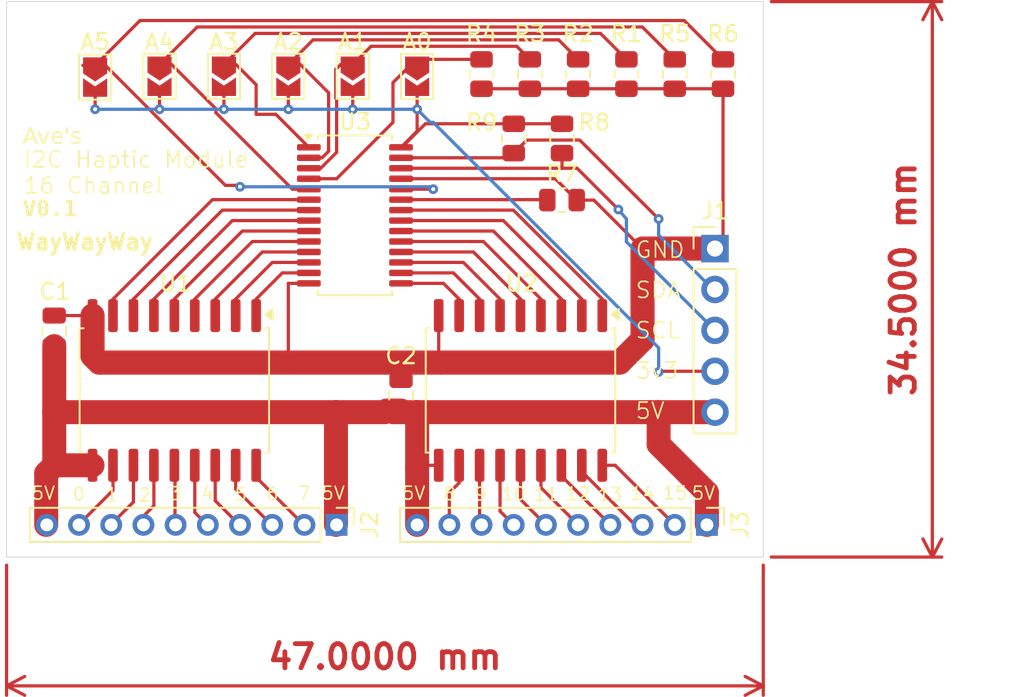
<source format=kicad_pcb>
(kicad_pcb (version 20240108) (generator "pcbnew") (generator_version "8.0")
  (layers (0 "F.Cu" signal) (31 "B.Cu" signal) (34 "B.Paste" user) (35 "F.Paste" user) (36 "B.SilkS" user "B.Silkscreen") (37 "F.SilkS" user "F.Silkscreen") (38 "B.Mask" user) (39 "F.Mask" user) (44 "Edge.Cuts" user))
  (net 0 "")
  (net 1 "MCU_GND")
  (net 2 "MCU_5V+")
  (net 3 "MCU_SCL")
  (net 4 "MCU_3V3+")
  (net 5 "MCU_SDA")
  (net 6 "/M0")
  (net 7 "/M2")
  (net 8 "/M3")
  (net 9 "/M1")
  (net 10 "/M10")
  (net 11 "/M11")
  (net 12 "/M9")
  (net 13 "/M8")
  (net 14 "Net-(U3-~{OE})")
  (net 15 "/M5")
  (net 16 "/M4")
  (net 17 "/Signal3")
  (net 18 "/M6")
  (net 19 "/Signal5")
  (net 20 "/Signal6")
  (net 21 "/Signal1")
  (net 22 "/Signal4")
  (net 23 "/Signal2")
  (net 24 "/Signal7")
  (net 25 "/Signal0")
  (net 26 "/M7")
  (net 27 "/M13")
  (net 28 "/Signal9")
  (net 29 "/Signal14")
  (net 30 "/Signal12")
  (net 31 "/Signal11")
  (net 32 "/Signal13")
  (net 33 "/Signal10")
  (net 34 "/M15")
  (net 35 "/M12")
  (net 36 "/Signal15")
  (net 37 "/M14")
  (net 38 "/Signal8")
  (net 39 "Net-(A0-A)")
  (net 40 "Net-(A1-A)")
  (net 41 "Net-(A2-A)")
  (net 42 "Net-(A3-A)")
  (net 43 "Net-(A4-A)")
  (net 44 "Net-(A5-A)")
  (footprint "Package_SO:SOIC-18W_7.5x11.6mm_P1.27mm" (layer "F.Cu") (at 90.42 136.65 -90)
    (property "Reference" "U1" (at -6.65 -0.08 180) (layer "F.SilkS"))
    (property "Value" "ULN2803A")
    (pad "1" smd roundrect (at -4.65 -5.08 270) (size 2.05 0.6) (layers "F.Cu" "F.Paste" "F.Mask") (net 24 "/Signal7"))
    (pad "2" smd roundrect (at -4.65 -3.81 270) (size 2.05 0.6) (layers "F.Cu" "F.Paste" "F.Mask") (net 20 "/Signal6"))
    (pad "3" smd roundrect (at -4.65 -2.54 270) (size 2.05 0.6) (layers "F.Cu" "F.Paste" "F.Mask") (net 19 "/Signal5"))
    (pad "4" smd roundrect (at -4.65 -1.27 270) (size 2.05 0.6) (layers "F.Cu" "F.Paste" "F.Mask") (net 22 "/Signal4"))
    (pad "5" smd roundrect (at -4.65 0 270) (size 2.05 0.6) (layers "F.Cu" "F.Paste" "F.Mask") (net 17 "/Signal3"))
    (pad "6" smd roundrect (at -4.65 1.27 270) (size 2.05 0.6) (layers "F.Cu" "F.Paste" "F.Mask") (net 23 "/Signal2"))
    (pad "7" smd roundrect (at -4.65 2.54 270) (size 2.05 0.6) (layers "F.Cu" "F.Paste" "F.Mask") (net 21 "/Signal1"))
    (pad "8" smd roundrect (at -4.65 3.81 270) (size 2.05 0.6) (layers "F.Cu" "F.Paste" "F.Mask") (net 25 "/Signal0"))
    (pad "9" smd roundrect (at -4.65 5.08 270) (size 2.05 0.6) (layers "F.Cu" "F.Paste" "F.Mask") (net 1 "MCU_GND"))
    (pad "10" smd roundrect (at 4.65 5.08 270) (size 2.05 0.6) (layers "F.Cu" "F.Paste" "F.Mask") (net 2 "MCU_5V+"))
    (pad "11" smd roundrect (at 4.65 3.81 270) (size 2.05 0.6) (layers "F.Cu" "F.Paste" "F.Mask") (net 6 "/M0"))
    (pad "12" smd roundrect (at 4.65 2.54 270) (size 2.05 0.6) (layers "F.Cu" "F.Paste" "F.Mask") (net 9 "/M1"))
    (pad "13" smd roundrect (at 4.65 1.27 270) (size 2.05 0.6) (layers "F.Cu" "F.Paste" "F.Mask") (net 7 "/M2"))
    (pad "14" smd roundrect (at 4.65 0 270) (size 2.05 0.6) (layers "F.Cu" "F.Paste" "F.Mask") (net 8 "/M3"))
    (pad "15" smd roundrect (at 4.65 -1.27 270) (size 2.05 0.6) (layers "F.Cu" "F.Paste" "F.Mask") (net 16 "/M4"))
    (pad "16" smd roundrect (at 4.65 -2.54 270) (size 2.05 0.6) (layers "F.Cu" "F.Paste" "F.Mask") (net 15 "/M5"))
    (pad "17" smd roundrect (at 4.65 -3.81 270) (size 2.05 0.6) (layers "F.Cu" "F.Paste" "F.Mask") (net 18 "/M6"))
    (pad "18" smd roundrect (at 4.65 -5.08 270) (size 2.05 0.6) (layers "F.Cu" "F.Paste" "F.Mask") (net 26 "/M7"))
  )
  (footprint "Resistor_SMD:R_0805_2012Metric" (layer "F.Cu") (at 111.5 121 -90)
    (property "Reference" "R9" (at -1 2 180) (layer "F.SilkS"))
    (property "Value" "1k")
    (pad "1" smd roundrect (at -0.9125 0 270) (size 1.025 1.4) (layers "F.Cu" "F.Paste" "F.Mask") (roundrect_rratio 0.243902) (net 4 "MCU_3V3+"))
    (pad "2" smd roundrect (at 0.9125 0 270) (size 1.025 1.4) (layers "F.Cu" "F.Paste" "F.Mask") (roundrect_rratio 0.243902) (net 5 "MCU_SDA"))
  )
  (footprint "Connector_PinHeader_2.00mm:PinHeader_1x10_P2.00mm_Vertical" (layer "F.Cu") (at 123.5 145 -90)
    (property "Reference" "J3" (at 0 -2.06 90) (layer "F.SilkS"))
    (property "Value" "JST_XH_FEMALE_1")
    (pad "1" thru_hole rect (at 0 0 270) (size 1.35 1.35) (drill 0.8) (layers "*.Cu" "*.Mask") (net 2 "MCU_5V+"))
    (pad "2" thru_hole oval (at 0 2 270) (size 1.35 1.35) (drill 0.8) (layers "*.Cu" "*.Mask") (net 34 "/M15"))
    (pad "3" thru_hole oval (at 0 4 270) (size 1.35 1.35) (drill 0.8) (layers "*.Cu" "*.Mask") (net 37 "/M14"))
    (pad "4" thru_hole oval (at 0 6 270) (size 1.35 1.35) (drill 0.8) (layers "*.Cu" "*.Mask") (net 27 "/M13"))
    (pad "5" thru_hole oval (at 0 8 270) (size 1.35 1.35) (drill 0.8) (layers "*.Cu" "*.Mask") (net 35 "/M12"))
    (pad "6" thru_hole oval (at 0 10 270) (size 1.35 1.35) (drill 0.8) (layers "*.Cu" "*.Mask") (net 11 "/M11"))
    (pad "7" thru_hole oval (at 0 12 270) (size 1.35 1.35) (drill 0.8) (layers "*.Cu" "*.Mask") (net 10 "/M10"))
    (pad "8" thru_hole oval (at 0 14 270) (size 1.35 1.35) (drill 0.8) (layers "*.Cu" "*.Mask") (net 12 "/M9"))
    (pad "9" thru_hole oval (at 0 16 270) (size 1.35 1.35) (drill 0.8) (layers "*.Cu" "*.Mask") (net 13 "/M8"))
    (pad "10" thru_hole oval (at 0 18 270) (size 1.35 1.35) (drill 0.8) (layers "*.Cu" "*.Mask") (net 2 "MCU_5V+"))
  )
  (footprint "Resistor_SMD:R_0805_2012Metric" (layer "F.Cu") (at 121.5 117 -90)
    (property "Reference" "R5" (at -2.5 0 180) (layer "F.SilkS"))
    (property "Value" "10k")
    (pad "1" smd roundrect (at -0.9125 0 270) (size 1.025 1.4) (layers "F.Cu" "F.Paste" "F.Mask") (roundrect_rratio 0.243902) (net 43 "Net-(A4-A)"))
    (pad "2" smd roundrect (at 0.9125 0 270) (size 1.025 1.4) (layers "F.Cu" "F.Paste" "F.Mask") (roundrect_rratio 0.243902) (net 1 "MCU_GND"))
  )
  (footprint "Jumper:SolderJumper-2_P1.3mm_Open_TrianglePad1.0x1.5mm" (layer "F.Cu") (at 97.5 117.1375 -90)
    (property "Reference" "A2" (at -2.1375 0 0) (layer "F.SilkS"))
    (property "Value" "A0")
    (pad "1" smd custom (at -0.725 0 270) (size 0.3 0.3) (layers "F.Cu" "F.Mask") (net 41 "Net-(A2-A)") (options (clearance outline) (anchor rect)) (primitives (gr_poly (pts (xy 1 0) (xy 0.5 0.75) (xy -0.5 0.75) (xy -0.5 -0.75) (xy 0.5 -0.75)) (width 0) (fill yes))))
    (pad "2" smd custom (at 0.725 0 270) (size 0.3 0.3) (layers "F.Cu" "F.Mask") (net 4 "MCU_3V3+") (options (clearance outline) (anchor rect)) (primitives (gr_poly (pts (xy 0.5 0.75) (xy -0.65 0.75) (xy -0.15 0) (xy -0.65 -0.75) (xy 0.5 -0.75)) (width 0) (fill yes))))
  )
  (footprint "Jumper:SolderJumper-2_P1.3mm_Open_TrianglePad1.0x1.5mm" (layer "F.Cu") (at 105.5 117.1375 -90)
    (property "Reference" "A0" (at -2.1375 0 0) (layer "F.SilkS"))
    (property "Value" "A0")
    (pad "1" smd custom (at -0.725 0 270) (size 0.3 0.3) (layers "F.Cu" "F.Mask") (net 39 "Net-(A0-A)") (options (clearance outline) (anchor rect)) (primitives (gr_poly (pts (xy 1 0) (xy 0.5 0.75) (xy -0.5 0.75) (xy -0.5 -0.75) (xy 0.5 -0.75)) (width 0) (fill yes))))
    (pad "2" smd custom (at 0.725 0 270) (size 0.3 0.3) (layers "F.Cu" "F.Mask") (net 4 "MCU_3V3+") (options (clearance outline) (anchor rect)) (primitives (gr_poly (pts (xy 0.5 0.75) (xy -0.65 0.75) (xy -0.15 0) (xy -0.65 -0.75) (xy 0.5 -0.75)) (width 0) (fill yes))))
  )
  (footprint "Resistor_SMD:R_0805_2012Metric" (layer "F.Cu") (at 109.5 117 -90)
    (property "Reference" "R4" (at -2.5 0 180) (layer "F.SilkS"))
    (property "Value" "10k")
    (pad "1" smd roundrect (at -0.9125 0 270) (size 1.025 1.4) (layers "F.Cu" "F.Paste" "F.Mask") (roundrect_rratio 0.243902) (net 39 "Net-(A0-A)"))
    (pad "2" smd roundrect (at 0.9125 0 270) (size 1.025 1.4) (layers "F.Cu" "F.Paste" "F.Mask") (roundrect_rratio 0.243902) (net 1 "MCU_GND"))
  )
  (footprint "Resistor_SMD:R_0805_2012Metric" (layer "F.Cu") (at 114.498315 124.830109)
    (property "Reference" "R7" (at 0 -1.65 0) (layer "F.SilkS"))
    (property "Value" "10k")
    (pad "1" smd roundrect (at -0.9125 0) (size 1.025 1.4) (layers "F.Cu" "F.Paste" "F.Mask") (roundrect_rratio 0.243902) (net 14 "Net-(U3-~{OE})"))
    (pad "2" smd roundrect (at 0.9125 0) (size 1.025 1.4) (layers "F.Cu" "F.Paste" "F.Mask") (roundrect_rratio 0.243902) (net 1 "MCU_GND"))
  )
  (footprint "Resistor_SMD:R_0805_2012Metric" (layer "F.Cu") (at 124.5 117 -90)
    (property "Reference" "R6" (at -2.5 0 180) (layer "F.SilkS"))
    (property "Value" "10k")
    (pad "1" smd roundrect (at -0.9125 0 270) (size 1.025 1.4) (layers "F.Cu" "F.Paste" "F.Mask") (roundrect_rratio 0.243902) (net 44 "Net-(A5-A)"))
    (pad "2" smd roundrect (at 0.9125 0 270) (size 1.025 1.4) (layers "F.Cu" "F.Paste" "F.Mask") (roundrect_rratio 0.243902) (net 1 "MCU_GND"))
  )
  (footprint "Jumper:SolderJumper-2_P1.3mm_Open_TrianglePad1.0x1.5mm" (layer "F.Cu") (at 85.5 117.1875 -90)
    (property "Reference" "A5" (at -2.1875 0 0) (layer "F.SilkS"))
    (property "Value" "A0")
    (pad "1" smd custom (at -0.725 0 270) (size 0.3 0.3) (layers "F.Cu" "F.Mask") (net 44 "Net-(A5-A)") (options (clearance outline) (anchor rect)) (primitives (gr_poly (pts (xy 1 0) (xy 0.5 0.75) (xy -0.5 0.75) (xy -0.5 -0.75) (xy 0.5 -0.75)) (width 0) (fill yes))))
    (pad "2" smd custom (at 0.725 0 270) (size 0.3 0.3) (layers "F.Cu" "F.Mask") (net 4 "MCU_3V3+") (options (clearance outline) (anchor rect)) (primitives (gr_poly (pts (xy 0.5 0.75) (xy -0.65 0.75) (xy -0.15 0) (xy -0.65 -0.75) (xy 0.5 -0.75)) (width 0) (fill yes))))
  )
  (footprint "Connector_PinHeader_2.00mm:PinHeader_1x10_P2.00mm_Vertical" (layer "F.Cu") (at 100.5 145 -90)
    (property "Reference" "J2" (at 0 -2.06 90) (layer "F.SilkS"))
    (property "Value" "JST_XH_FEMALE")
    (pad "1" thru_hole rect (at 0 0 270) (size 1.35 1.35) (drill 0.8) (layers "*.Cu" "*.Mask") (net 2 "MCU_5V+"))
    (pad "2" thru_hole oval (at 0 2 270) (size 1.35 1.35) (drill 0.8) (layers "*.Cu" "*.Mask") (net 26 "/M7"))
    (pad "3" thru_hole oval (at 0 4 270) (size 1.35 1.35) (drill 0.8) (layers "*.Cu" "*.Mask") (net 18 "/M6"))
    (pad "4" thru_hole oval (at 0 6 270) (size 1.35 1.35) (drill 0.8) (layers "*.Cu" "*.Mask") (net 15 "/M5"))
    (pad "5" thru_hole oval (at 0 8 270) (size 1.35 1.35) (drill 0.8) (layers "*.Cu" "*.Mask") (net 16 "/M4"))
    (pad "6" thru_hole oval (at 0 10 270) (size 1.35 1.35) (drill 0.8) (layers "*.Cu" "*.Mask") (net 8 "/M3"))
    (pad "7" thru_hole oval (at 0 12 270) (size 1.35 1.35) (drill 0.8) (layers "*.Cu" "*.Mask") (net 7 "/M2"))
    (pad "8" thru_hole oval (at 0 14 270) (size 1.35 1.35) (drill 0.8) (layers "*.Cu" "*.Mask") (net 9 "/M1"))
    (pad "9" thru_hole oval (at 0 16 270) (size 1.35 1.35) (drill 0.8) (layers "*.Cu" "*.Mask") (net 6 "/M0"))
    (pad "10" thru_hole oval (at 0 18 270) (size 1.35 1.35) (drill 0.8) (layers "*.Cu" "*.Mask") (net 2 "MCU_5V+"))
  )
  (footprint "Resistor_SMD:R_0805_2012Metric" (layer "F.Cu") (at 115.5 117 -90)
    (property "Reference" "R2" (at -2.5 0 180) (layer "F.SilkS"))
    (property "Value" "10k")
    (pad "1" smd roundrect (at -0.9125 0 270) (size 1.025 1.4) (layers "F.Cu" "F.Paste" "F.Mask") (roundrect_rratio 0.243902) (net 41 "Net-(A2-A)"))
    (pad "2" smd roundrect (at 0.9125 0 270) (size 1.025 1.4) (layers "F.Cu" "F.Paste" "F.Mask") (roundrect_rratio 0.243902) (net 1 "MCU_GND"))
  )
  (footprint "Capacitor_SMD:C_0805_2012Metric" (layer "F.Cu") (at 82.96 132.95 -90)
    (property "Reference" "C1" (at -2.45 -0.04 180) (layer "F.SilkS"))
    (property "Value" "0.1uF")
    (pad "1" smd roundrect (at -0.95 0 270) (size 1 1.45) (layers "F.Cu" "F.Paste" "F.Mask") (net 1 "MCU_GND"))
    (pad "2" smd roundrect (at 0.95 0 270) (size 1 1.45) (layers "F.Cu" "F.Paste" "F.Mask") (net 2 "MCU_5V+"))
  )
  (footprint "Resistor_SMD:R_0805_2012Metric" (layer "F.Cu") (at 118.5 117 -90)
    (property "Reference" "R1" (at -2.5 0 180) (layer "F.SilkS"))
    (property "Value" "10k")
    (pad "1" smd roundrect (at -0.9125 0 270) (size 1.025 1.4) (layers "F.Cu" "F.Paste" "F.Mask") (roundrect_rratio 0.243902) (net 42 "Net-(A3-A)"))
    (pad "2" smd roundrect (at 0.9125 0 270) (size 1.025 1.4) (layers "F.Cu" "F.Paste" "F.Mask") (roundrect_rratio 0.243902) (net 1 "MCU_GND"))
  )
  (footprint "Jumper:SolderJumper-2_P1.3mm_Open_TrianglePad1.0x1.5mm" (layer "F.Cu") (at 101.5 117.1375 -90)
    (property "Reference" "A1" (at -2.1375 0 0) (layer "F.SilkS"))
    (property "Value" "A0")
    (pad "1" smd custom (at -0.725 0 270) (size 0.3 0.3) (layers "F.Cu" "F.Mask") (net 40 "Net-(A1-A)") (options (clearance outline) (anchor rect)) (primitives (gr_poly (pts (xy 1 0) (xy 0.5 0.75) (xy -0.5 0.75) (xy -0.5 -0.75) (xy 0.5 -0.75)) (width 0) (fill yes))))
    (pad "2" smd custom (at 0.725 0 270) (size 0.3 0.3) (layers "F.Cu" "F.Mask") (net 4 "MCU_3V3+") (options (clearance outline) (anchor rect)) (primitives (gr_poly (pts (xy 0.5 0.75) (xy -0.65 0.75) (xy -0.15 0) (xy -0.65 -0.75) (xy 0.5 -0.75)) (width 0) (fill yes))))
  )
  (footprint "Resistor_SMD:R_0805_2012Metric" (layer "F.Cu") (at 114.5 121 -90)
    (property "Reference" "R8" (at -1 -2 180) (layer "F.SilkS"))
    (property "Value" "1k")
    (pad "1" smd roundrect (at -0.9125 0 270) (size 1.025 1.4) (layers "F.Cu" "F.Paste" "F.Mask") (roundrect_rratio 0.243902) (net 4 "MCU_3V3+"))
    (pad "2" smd roundrect (at 0.9125 0 270) (size 1.025 1.4) (layers "F.Cu" "F.Paste" "F.Mask") (roundrect_rratio 0.243902) (net 3 "MCU_SCL"))
  )
  (footprint "Package_SO:TSSOP-28_4.4x9.7mm_P0.65mm" (layer "F.Cu") (at 101.6375 125.775)
    (property "Reference" "U3" (at 0 -5.8 0) (layer "F.SilkS"))
    (property "Value" "PCA9685PW")
    (pad "1" smd roundrect (at -2.8625 -4.225) (size 1.475 0.4) (layers "F.Cu" "F.Paste" "F.Mask") (net 42 "Net-(A3-A)"))
    (pad "2" smd roundrect (at -2.8625 -3.575) (size 1.475 0.4) (layers "F.Cu" "F.Paste" "F.Mask") (net 41 "Net-(A2-A)"))
    (pad "3" smd roundrect (at -2.8625 -2.925) (size 1.475 0.4) (layers "F.Cu" "F.Paste" "F.Mask") (net 40 "Net-(A1-A)"))
    (pad "4" smd roundrect (at -2.8625 -2.275) (size 1.475 0.4) (layers "F.Cu" "F.Paste" "F.Mask") (net 39 "Net-(A0-A)"))
    (pad "5" smd roundrect (at -2.8625 -1.625) (size 1.475 0.4) (layers "F.Cu" "F.Paste" "F.Mask") (net 43 "Net-(A4-A)"))
    (pad "6" smd roundrect (at -2.8625 -0.975) (size 1.475 0.4) (layers "F.Cu" "F.Paste" "F.Mask") (net 25 "/Signal0"))
    (pad "7" smd roundrect (at -2.8625 -0.325) (size 1.475 0.4) (layers "F.Cu" "F.Paste" "F.Mask") (net 21 "/Signal1"))
    (pad "8" smd roundrect (at -2.8625 0.325) (size 1.475 0.4) (layers "F.Cu" "F.Paste" "F.Mask") (net 23 "/Signal2"))
    (pad "9" smd roundrect (at -2.8625 0.975) (size 1.475 0.4) (layers "F.Cu" "F.Paste" "F.Mask") (net 17 "/Signal3"))
    (pad "10" smd roundrect (at -2.8625 1.625) (size 1.475 0.4) (layers "F.Cu" "F.Paste" "F.Mask") (net 22 "/Signal4"))
    (pad "11" smd roundrect (at -2.8625 2.275) (size 1.475 0.4) (layers "F.Cu" "F.Paste" "F.Mask") (net 19 "/Signal5"))
    (pad "12" smd roundrect (at -2.8625 2.925) (size 1.475 0.4) (layers "F.Cu" "F.Paste" "F.Mask") (net 20 "/Signal6"))
    (pad "13" smd roundrect (at -2.8625 3.575) (size 1.475 0.4) (layers "F.Cu" "F.Paste" "F.Mask") (net 24 "/Signal7"))
    (pad "14" smd roundrect (at -2.8625 4.225) (size 1.475 0.4) (layers "F.Cu" "F.Paste" "F.Mask") (net 1 "MCU_GND"))
    (pad "15" smd roundrect (at 2.8625 4.225) (size 1.475 0.4) (layers "F.Cu" "F.Paste" "F.Mask") (net 38 "/Signal8"))
    (pad "16" smd roundrect (at 2.8625 3.575) (size 1.475 0.4) (layers "F.Cu" "F.Paste" "F.Mask") (net 28 "/Signal9"))
    (pad "17" smd roundrect (at 2.8625 2.925) (size 1.475 0.4) (layers "F.Cu" "F.Paste" "F.Mask") (net 33 "/Signal10"))
    (pad "18" smd roundrect (at 2.8625 2.275) (size 1.475 0.4) (layers "F.Cu" "F.Paste" "F.Mask") (net 31 "/Signal11"))
    (pad "19" smd roundrect (at 2.8625 1.625) (size 1.475 0.4) (layers "F.Cu" "F.Paste" "F.Mask") (net 30 "/Signal12"))
    (pad "20" smd roundrect (at 2.8625 0.975) (size 1.475 0.4) (layers "F.Cu" "F.Paste" "F.Mask") (net 32 "/Signal13"))
    (pad "21" smd roundrect (at 2.8625 0.325) (size 1.475 0.4) (layers "F.Cu" "F.Paste" "F.Mask") (net 29 "/Signal14"))
    (pad "22" smd roundrect (at 2.8625 -0.325) (size 1.475 0.4) (layers "F.Cu" "F.Paste" "F.Mask") (net 36 "/Signal15"))
    (pad "23" smd roundrect (at 2.8625 -0.975) (size 1.475 0.4) (layers "F.Cu" "F.Paste" "F.Mask") (net 14 "Net-(U3-~{OE})"))
    (pad "24" smd roundrect (at 2.8625 -1.625) (size 1.475 0.4) (layers "F.Cu" "F.Paste" "F.Mask") (net 44 "Net-(A5-A)"))
    (pad "25" smd roundrect (at 2.8625 -2.275) (size 1.475 0.4) (layers "F.Cu" "F.Paste" "F.Mask") (net 1 "MCU_GND"))
    (pad "26" smd roundrect (at 2.8625 -2.925) (size 1.475 0.4) (layers "F.Cu" "F.Paste" "F.Mask") (net 3 "MCU_SCL"))
    (pad "27" smd roundrect (at 2.8625 -3.575) (size 1.475 0.4) (layers "F.Cu" "F.Paste" "F.Mask") (net 5 "MCU_SDA"))
    (pad "28" smd roundrect (at 2.8625 -4.225) (size 1.475 0.4) (layers "F.Cu" "F.Paste" "F.Mask") (net 4 "MCU_3V3+"))
  )
  (footprint "Resistor_SMD:R_0805_2012Metric" (layer "F.Cu") (at 112.5 117 -90)
    (property "Reference" "R3" (at -2.5 0 180) (layer "F.SilkS"))
    (property "Value" "10k")
    (pad "1" smd roundrect (at -0.9125 0 270) (size 1.025 1.4) (layers "F.Cu" "F.Paste" "F.Mask") (roundrect_rratio 0.243902) (net 40 "Net-(A1-A)"))
    (pad "2" smd roundrect (at 0.9125 0 270) (size 1.025 1.4) (layers "F.Cu" "F.Paste" "F.Mask") (roundrect_rratio 0.243902) (net 1 "MCU_GND"))
  )
  (footprint "Package_SO:SOIC-18W_7.5x11.6mm_P1.27mm" (layer "F.Cu") (at 111.92 136.65 -90)
    (property "Reference" "U2" (at -6.65 -0.08 180) (layer "F.SilkS"))
    (property "Value" "ULN2803A")
    (pad "1" smd roundrect (at -4.65 -5.08 270) (size 2.05 0.6) (layers "F.Cu" "F.Paste" "F.Mask") (net 36 "/Signal15"))
    (pad "2" smd roundrect (at -4.65 -3.81 270) (size 2.05 0.6) (layers "F.Cu" "F.Paste" "F.Mask") (net 29 "/Signal14"))
    (pad "3" smd roundrect (at -4.65 -2.54 270) (size 2.05 0.6) (layers "F.Cu" "F.Paste" "F.Mask") (net 32 "/Signal13"))
    (pad "4" smd roundrect (at -4.65 -1.27 270) (size 2.05 0.6) (layers "F.Cu" "F.Paste" "F.Mask") (net 30 "/Signal12"))
    (pad "5" smd roundrect (at -4.65 0 270) (size 2.05 0.6) (layers "F.Cu" "F.Paste" "F.Mask") (net 31 "/Signal11"))
    (pad "6" smd roundrect (at -4.65 1.27 270) (size 2.05 0.6) (layers "F.Cu" "F.Paste" "F.Mask") (net 33 "/Signal10"))
    (pad "7" smd roundrect (at -4.65 2.54 270) (size 2.05 0.6) (layers "F.Cu" "F.Paste" "F.Mask") (net 28 "/Signal9"))
    (pad "8" smd roundrect (at -4.65 3.81 270) (size 2.05 0.6) (layers "F.Cu" "F.Paste" "F.Mask") (net 38 "/Signal8"))
    (pad "9" smd roundrect (at -4.65 5.08 270) (size 2.05 0.6) (layers "F.Cu" "F.Paste" "F.Mask") (net 1 "MCU_GND"))
    (pad "10" smd roundrect (at 4.65 5.08 270) (size 2.05 0.6) (layers "F.Cu" "F.Paste" "F.Mask") (net 2 "MCU_5V+"))
    (pad "11" smd roundrect (at 4.65 3.81 270) (size 2.05 0.6) (layers "F.Cu" "F.Paste" "F.Mask") (net 13 "/M8"))
    (pad "12" smd roundrect (at 4.65 2.54 270) (size 2.05 0.6) (layers "F.Cu" "F.Paste" "F.Mask") (net 12 "/M9"))
    (pad "13" smd roundrect (at 4.65 1.27 270) (size 2.05 0.6) (layers "F.Cu" "F.Paste" "F.Mask") (net 10 "/M10"))
    (pad "14" smd roundrect (at 4.65 0 270) (size 2.05 0.6) (layers "F.Cu" "F.Paste" "F.Mask") (net 11 "/M11"))
    (pad "15" smd roundrect (at 4.65 -1.27 270) (size 2.05 0.6) (layers "F.Cu" "F.Paste" "F.Mask") (net 35 "/M12"))
    (pad "16" smd roundrect (at 4.65 -2.54 270) (size 2.05 0.6) (layers "F.Cu" "F.Paste" "F.Mask") (net 27 "/M13"))
    (pad "17" smd roundrect (at 4.65 -3.81 270) (size 2.05 0.6) (layers "F.Cu" "F.Paste" "F.Mask") (net 37 "/M14"))
    (pad "18" smd roundrect (at 4.65 -5.08 270) (size 2.05 0.6) (layers "F.Cu" "F.Paste" "F.Mask") (net 34 "/M15"))
  )
  (footprint "Jumper:SolderJumper-2_P1.3mm_Open_TrianglePad1.0x1.5mm" (layer "F.Cu") (at 93.5 117.1375 -90)
    (property "Reference" "A3" (at -2.1375 0 0) (layer "F.SilkS"))
    (property "Value" "A0")
    (pad "1" smd custom (at -0.725 0 270) (size 0.3 0.3) (layers "F.Cu" "F.Mask") (net 42 "Net-(A3-A)") (options (clearance outline) (anchor rect)) (primitives (gr_poly (pts (xy 1 0) (xy 0.5 0.75) (xy -0.5 0.75) (xy -0.5 -0.75) (xy 0.5 -0.75)) (width 0) (fill yes))))
    (pad "2" smd custom (at 0.725 0 270) (size 0.3 0.3) (layers "F.Cu" "F.Mask") (net 4 "MCU_3V3+") (options (clearance outline) (anchor rect)) (primitives (gr_poly (pts (xy 0.5 0.75) (xy -0.65 0.75) (xy -0.15 0) (xy -0.65 -0.75) (xy 0.5 -0.75)) (width 0) (fill yes))))
  )
  (footprint "Capacitor_SMD:C_0805_2012Metric" (layer "F.Cu") (at 104.5 136.95 -90)
    (property "Reference" "C2" (at -2.45 0 0) (layer "F.SilkS"))
    (property "Value" "0.1uF" (hide yes))
    (pad "1" smd roundrect (at -0.95 0 270) (size 1 1.45) (layers "F.Cu" "F.Paste" "F.Mask") (net 1 "MCU_GND"))
    (pad "2" smd roundrect (at 0.95 0 270) (size 1 1.45) (layers "F.Cu" "F.Paste" "F.Mask") (net 2 "MCU_5V+"))
  )
  (footprint "Connector_PinHeader_2.54mm:PinHeader_1x05_P2.54mm_Vertical" (layer "F.Cu") (at 124 127.84)
    (property "Reference" "J1" (at 0 -2.33 0) (layer "F.SilkS"))
    (property "Value" "Conn_01x05_Pin" (hide yes))
    (pad "1" thru_hole rect (at 0 0) (size 1.7 1.7) (drill 1) (layers "*.Cu" "*.Mask") (net 1 "MCU_GND"))
    (pad "2" thru_hole oval (at 0 2.54) (size 1.7 1.7) (drill 1) (layers "*.Cu" "*.Mask") (net 5 "MCU_SDA"))
    (pad "3" thru_hole oval (at 0 5.08) (size 1.7 1.7) (drill 1) (layers "*.Cu" "*.Mask") (net 3 "MCU_SCL"))
    (pad "4" thru_hole oval (at 0 7.62) (size 1.7 1.7) (drill 1) (layers "*.Cu" "*.Mask") (net 4 "MCU_3V3+"))
    (pad "5" thru_hole oval (at 0 10.16) (size 1.7 1.7) (drill 1) (layers "*.Cu" "*.Mask") (net 2 "MCU_5V+"))
  )
  (footprint "Jumper:SolderJumper-2_P1.3mm_Open_TrianglePad1.0x1.5mm" (layer "F.Cu") (at 89.5 117.1375 -90)
    (property "Reference" "A4" (at -2.1375 0 180) (layer "F.SilkS"))
    (property "Value" "A0")
    (pad "1" smd custom (at -0.725 0 270) (size 0.3 0.3) (layers "F.Cu" "F.Mask") (net 43 "Net-(A4-A)") (options (clearance outline) (anchor rect)) (primitives (gr_poly (pts (xy 1 0) (xy 0.5 0.75) (xy -0.5 0.75) (xy -0.5 -0.75) (xy 0.5 -0.75)) (width 0) (fill yes))))
    (pad "2" smd custom (at 0.725 0 270) (size 0.3 0.3) (layers "F.Cu" "F.Mask") (net 4 "MCU_3V3+") (options (clearance outline) (anchor rect)) (primitives (gr_poly (pts (xy 0.5 0.75) (xy -0.65 0.75) (xy -0.15 0) (xy -0.65 -0.75) (xy 0.5 -0.75)) (width 0) (fill yes))))
  )
  (gr_rect (start 80 112.5) (end 127 147) (stroke (width 0.05)) (fill none) (layer "Edge.Cuts"))
  (gr_text "SDA" (at 119 131 0) (layer "F.SilkS") (effects (font (size 1 1) (thickness 0.1)) (justify left bottom)))
  (gr_text "5V\n" (at 104.5 143.5 0) (layer "F.SilkS") (effects (font (size 0.8 0.8) (thickness 0.1)) (justify left bottom)))
  (gr_text "15" (at 120.686526 143.488245 0) (layer "F.SilkS") (effects (font (size 0.8 0.8) (thickness 0.1)) (justify left bottom)))
  (gr_text "3v3" (at 119 136 0) (layer "F.SilkS") (effects (font (size 1 1) (thickness 0.1)) (justify left bottom)))
  (gr_text "V0.1" (at 81 126 0) (layer "F.SilkS") (effects (font (size 1 1) (thickness 0.2) (bold yes)) (justify left bottom)))
  (gr_text "6" (at 96.063755 143.546213 0) (layer "F.SilkS") (effects (font (size 0.8 0.8) (thickness 0.1)) (justify left bottom)))
  (gr_text "5V\n" (at 122.5 143.5 0) (layer "F.SilkS") (effects (font (size 0.8 0.8) (thickness 0.1)) (justify left bottom)))
  (gr_text "5V\n" (at 81.5 143.5 0) (layer "F.SilkS") (effects (font (size 0.8 0.8) (thickness 0.1)) (justify left bottom)))
  (gr_text "2" (at 88.152751 143.606718 0) (layer "F.SilkS") (effects (font (size 0.8 0.8) (thickness 0.1)) (justify left bottom)))
  (gr_text "3" (at 90.058653 143.531087 0) (layer "F.SilkS") (effects (font (size 0.8 0.8) (thickness 0.1)) (justify left bottom)))
  (gr_text "9" (at 109 143.558834 0) (layer "F.SilkS") (effects (font (size 0.8 0.8) (thickness 0.1)) (justify left bottom)))
  (gr_text "8" (at 107.072943 143.538665 0) (layer "F.SilkS") (effects (font (size 0.8 0.8) (thickness 0.1)) (justify left bottom)))
  (gr_text "12" (at 114.646129 143.538665 0) (layer "F.SilkS") (effects (font (size 0.8 0.8) (thickness 0.1)) (justify left bottom)))
  (gr_text "7" (at 98.045288 143.500835 0) (layer "F.SilkS") (effects (font (size 0.8 0.8) (thickness 0.1)) (justify left bottom)))
  (gr_text "5V\n" (at 119 138.5 0) (layer "F.SilkS") (effects (font (size 1 1) (thickness 0.1)) (justify left bottom)))
  (gr_text "4" (at 92.040185 143.546213 0) (layer "F.SilkS") (effects (font (size 0.8 0.8) (thickness 0.1)) (justify left bottom)))
  (gr_text "I2C Haptic Module\n16 Channel " (at 81 124.5 0) (layer "F.SilkS") (effects (font (size 1 1) (thickness 0.1)) (justify left bottom)))
  (gr_text "5V\n" (at 99.5 143.5 0) (layer "F.SilkS") (effects (font (size 0.8 0.8) (thickness 0.1)) (justify left bottom)))
  (gr_text "0" (at 84.038424 143.56134 0) (layer "F.SilkS") (effects (font (size 0.8 0.8) (thickness 0.1)) (justify left bottom)))
  (gr_text "1" (at 86.095588 143.591592 0) (layer "F.SilkS") (effects (font (size 0.8 0.8) (thickness 0.1)) (justify left bottom)))
  (gr_text "13" (at 116.652872 143.579002 0) (layer "F.SilkS") (effects (font (size 0.8 0.8) (thickness 0.1)) (justify left bottom)))
  (gr_text "5" (at 94.097349 143.576466 0) (layer "F.SilkS") (effects (font (size 0.8 0.8) (thickness 0.1)) (justify left bottom)))
  (gr_text "11" (at 112.669638 143.579002 0) (layer "F.SilkS") (effects (font (size 0.8 0.8) (thickness 0.1)) (justify left bottom)))
  (gr_text "Ave's" (at 81 121.5 0) (layer "F.SilkS") (effects (font (size 1 1) (thickness 0.1)) (justify left bottom)))
  (gr_text "14" (at 118.679783 143.528581 0) (layer "F.SilkS") (effects (font (size 0.8 0.8) (thickness 0.1)) (justify left bottom)))
  (gr_text "GND" (at 119 128.5 0) (layer "F.SilkS") (effects (font (size 1 1) (thickness 0.1)) (justify left bottom)))
  (gr_text "WayWayWay" (at 80.5 128 0) (layer "F.SilkS") (effects (font (size 1 1) (thickness 0.2) (bold yes)) (justify left bottom)))
  (gr_text "10" (at 110.67298 143.538665 0) (layer "F.SilkS") (effects (font (size 0.8 0.8) (thickness 0.1)) (justify left bottom)))
  (gr_text "SCL" (at 119 133.5 0) (layer "F.SilkS") (effects (font (size 1 1) (thickness 0.1)) (justify left bottom)))
  (dimension (type aligned) (layer "F.Cu") (pts (xy 127 147) (xy 80 147)) (height -8) (gr_text "47.0000 mm" (at 103.5 153.2 0) (layer "F.Cu") (effects (font (size 1.5 1.5) (thickness 0.3)))) (format (prefix "") (suffix "") (units 3) (units_format 1) (precision 4)) (style (thickness 0.2) (arrow_length 1.27) (text_position_mode 0) (extension_height 0.58642) (extension_offset 0.5) keep_text_aligned))
  (dimension (type aligned) (layer "F.Cu") (pts (xy 127 147) (xy 127 112.5)) (height 10.5) (gr_text "34.5000 mm" (at 135.7 129.75 90) (layer "F.Cu") (effects (font (size 1.5 1.5) (thickness 0.3)))) (format (prefix "") (suffix "") (units 3) (units_format 1) (precision 4)) (style (thickness 0.2) (arrow_length 1.27) (text_position_mode 0) (extension_height 0.58642) (extension_offset 0.5) keep_text_aligned))
  (segment (start 97.5 130) (end 97.5 134.92) (width 0.2) (layer "F.Cu") (net 1))
  (segment (start 119.511043 127.84) (end 124 127.84) (width 1.5) (layer "F.Cu") (net 1))
  (segment (start 116.479066 124.830109) (end 119.5 127.851043) (width 0.2) (layer "F.Cu") (net 1))
  (segment (start 118.5 117.9125) (end 121.5 117.9125) (width 0.2) (layer "F.Cu") (net 1))
  (segment (start 119.5 127.851043) (end 119.511043 127.84) (width 0.2) (layer "F.Cu") (net 1))
  (segment (start 112.5 117.9125) (end 115.5 117.9125) (width 0.2) (layer "F.Cu") (net 1))
  (segment (start 118.5 117.9125) (end 115.5 117.9125) (width 0.2) (layer "F.Cu") (net 1))
  (segment (start 124.5 117.9125) (end 124.5 127.34) (width 0.2) (layer "F.Cu") (net 1))
  (segment (start 103.5 134.92) (end 97.5 134.92) (width 1.5) (layer "F.Cu") (net 1))
  (segment (start 106.84 134.76) (end 107 134.92) (width 0.2) (layer "F.Cu") (net 1))
  (segment (start 106.84 132.7) (end 106.84 131.34) (width 0.2) (layer "F.Cu") (net 1))
  (segment (start 109.5 117.9125) (end 112.5 117.9125) (width 0.2) (layer "F.Cu") (net 1))
  (segment (start 119.5 133.5) (end 119.5 127.851043) (width 1.5) (layer "F.Cu") (net 1))
  (segment (start 124.5 117.9125) (end 121.5 117.9125) (width 0.2) (layer "F.Cu") (net 1))
  (segment (start 85.34 134.5) (end 85.76 134.92) (width 1.5) (layer "F.Cu") (net 1))
  (segment (start 82.96 132) (end 85.34 132) (width 0.2) (layer "F.Cu") (net 1))
  (segment (start 118.08 134.92) (end 119.5 133.5) (width 1.5) (layer "F.Cu") (net 1))
  (segment (start 107 134.92) (end 118.08 134.92) (width 1.5) (layer "F.Cu") (net 1))
  (segment (start 107 134.92) (end 103.5 134.92) (width 1.5) (layer "F.Cu") (net 1))
  (segment (start 115.410815 124.830109) (end 116.479066 124.830109) (width 0.2) (layer "F.Cu") (net 1))
  (segment (start 85.34 132) (end 85.34 134.5) (width 1.5) (layer "F.Cu") (net 1))
  (segment (start 104.5 136) (end 104.5 134.92) (width 0.2) (layer "F.Cu") (net 1))
  (segment (start 106.84 132) (end 106.84 134.76) (width 0.2) (layer "F.Cu") (net 1))
  (segment (start 124.5 127.34) (end 124 127.84) (width 0.2) (layer "F.Cu") (net 1))
  (segment (start 114.080706 123.5) (end 115.410815 124.830109) (width 0.2) (layer "F.Cu") (net 1))
  (segment (start 85.76 134.92) (end 97.5 134.92) (width 1.5) (layer "F.Cu") (net 1))
  (segment (start 104.5 123.5) (end 114.080706 123.5) (width 0.2) (layer "F.Cu") (net 1))
  (segment (start 98.775 130) (end 97.5 130) (width 0.2) (layer "F.Cu") (net 1))
  (segment (start 100.46 138) (end 100.46 145) (width 1.49) (layer "F.Cu") (net 2))
  (segment (start 120 138) (end 120.5 138) (width 1.49) (layer "F.Cu") (net 2))
  (segment (start 103.6 137.9) (end 104.5 137.9) (width 1.49) (layer "F.Cu") (net 2))
  (segment (start 106.84 141.3) (end 105.7 141.3) (width 0.2) (layer "F.Cu") (net 2))
  (segment (start 105.5 145) (end 105.5 141.5) (width 1.49) (layer "F.Cu") (net 2))
  (segment (start 100.46 138) (end 103.5 138) (width 1.49) (layer "F.Cu") (net 2))
  (segment (start 105.5 138) (end 120 138) (width 1.49) (layer "F.Cu") (net 2))
  (segment (start 82.46 141.8) (end 82.96 141.3) (width 1.49) (layer "F.Cu") (net 2))
  (segment (start 82.96 138) (end 82.96 141.3) (width 1.49) (layer "F.Cu") (net 2))
  (segment (start 105.7 141.3) (end 105.5 141.5) (width 0.2) (layer "F.Cu") (net 2))
  (segment (start 123.5 143) (end 123.5 145) (width 1.49) (layer "F.Cu") (net 2))
  (segment (start 85.34 141.3) (end 82.96 141.3) (width 1.49) (layer "F.Cu") (net 2))
  (segment (start 120.5 140) (end 120.5 138) (width 1.49) (layer "F.Cu") (net 2))
  (segment (start 103.5 138) (end 103.6 137.9) (width 0.2) (layer "F.Cu") (net 2))
  (segment (start 104 138) (end 105.5 138) (width 1.49) (layer "F.Cu") (net 2))
  (segment (start 82.46 145) (end 82.46 141.8) (width 1.49) (layer "F.Cu") (net 2))
  (segment (start 123.5 143) (end 120.5 140) (width 1.49) (layer "F.Cu") (net 2))
  (segment (start 82.96 138) (end 100.46 138) (width 1.49) (layer "F.Cu") (net 2))
  (segment (start 105.5 141.5) (end 105.5 138) (width 1.49) (layer "F.Cu") (net 2))
  (segment (start 120.5 138) (end 124 138) (width 1.49) (layer "F.Cu") (net 2))
  (segment (start 104.5 138) (end 105 138) (width 0.2) (layer "F.Cu") (net 2))
  (segment (start 82.96 133.9) (end 82.96 138) (width 1.49) (layer "F.Cu") (net 2))
  (segment (start 118 125.4125) (end 115.4375 122.85) (width 0.2) (layer "F.Cu") (net 3))
  (segment (start 104.5 122.85) (end 114.5 122.85) (width 0.2) (layer "F.Cu") (net 3))
  (segment (start 114.5 122.85) (end 114.5 121.9125) (width 0.2) (layer "F.Cu") (net 3))
  (segment (start 115.4375 122.85) (end 114.5 122.85) (width 0.2) (layer "F.Cu") (net 3))
  (via micro (at 118 125.4125) (size 0.6) (drill 0.25) (layers "F.Cu" "B.Cu") (net 3))
  (segment (start 118 125.4125) (end 118.5 126) (width 0.2) (layer "B.Cu") (net 3))
  (segment (start 118.5 127.42) (end 124 132.92) (width 0.2) (layer "B.Cu") (net 3))
  (segment (start 118.5 126) (end 118.5 127.42) (width 0.2) (layer "B.Cu") (net 3))
  (segment (start 124 135.46) (end 120.54 135.46) (width 0.2) (layer "F.Cu") (net 4))
  (segment (start 120.54 135.46) (end 120.5 135.5) (width 0.2) (layer "F.Cu") (net 4))
  (segment (start 104.5 121.55) (end 104.55 121.55) (width 0.2) (layer "F.Cu") (net 4))
  (segment (start 105.5 119) (end 105.5 119.1875) (width 0.2) (layer "F.Cu") (net 4))
  (segment (start 101.5 119.1375) (end 101.5 117.8625) (width 0.2) (layer "F.Cu") (net 4))
  (segment (start 111.5 120.0875) (end 114.5 120.0875) (width 0.2) (layer "F.Cu") (net 4))
  (segment (start 93.5 117.8625) (end 93.5 119.1375) (width 0.2) (layer "F.Cu") (net 4))
  (segment (start 106.0125 120.0875) (end 111.5 120.0875) (width 0.2) (layer "F.Cu") (net 4))
  (segment (start 104.55 121.55) (end 106.0125 120.0875) (width 0.2) (layer "F.Cu") (net 4))
  (segment (start 105.5 119) (end 105.5 120.55) (width 0.2) (layer "F.Cu") (net 4))
  (segment (start 105.5 120.55) (end 104.5 121.55) (width 0.2) (layer "F.Cu") (net 4))
  (segment (start 97.5 117.8625) (end 97.5 119.1375) (width 0.2) (layer "F.Cu") (net 4))
  (segment (start 105.5 117.8625) (end 105.5 119) (width 0.2) (layer "F.Cu") (net 4))
  (segment (start 85.5 117.9125) (end 85.5 119.1875) (width 0.2) (layer "F.Cu") (net 4))
  (segment (start 89.5 117.8625) (end 89.5 119.1375) (width 0.2) (layer "F.Cu") (net 4))
  (via micro (at 97.5 119.1875) (size 0.6) (drill 0.25) (layers "F.Cu" "B.Cu") (net 4))
  (via micro (at 105.5 119.1875) (size 0.6) (drill 0.25) (layers "F.Cu" "B.Cu") (net 4))
  (via micro (at 85.5 119.1875) (size 0.6) (drill 0.25) (layers "F.Cu" "B.Cu") (net 4))
  (via (at 120.5 135.5) (size 0.6) (drill 0.25) (layers "F.Cu" "B.Cu") (net 4))
  (via micro (at 89.5 119.1875) (size 0.6) (drill 0.25) (layers "F.Cu" "B.Cu") (net 4))
  (via micro (at 101.5 119.1875) (size 0.6) (drill 0.25) (layers "F.Cu" "B.Cu") (net 4))
  (via micro (at 93.5 119.1875) (size 0.6) (drill 0.25) (layers "F.Cu" "B.Cu") (net 4))
  (segment (start 93.5 119.1875) (end 97.5 119.1875) (width 0.2) (layer "B.Cu") (net 4))
  (segment (start 85.5 119.1875) (end 89.5 119.1875) (width 0.2) (layer "B.Cu") (net 4))
  (segment (start 105.5 119.1875) (end 106.3125 120) (width 0.2) (layer "B.Cu") (net 4))
  (segment (start 89.5 119.1875) (end 93.5 119.1875) (width 0.2) (layer "B.Cu") (net 4))
  (segment (start 120.5 135.5) (end 120.5 134) (width 0.2) (layer "B.Cu") (net 4))
  (segment (start 106.3125 120) (end 106.5 120) (width 0.2) (layer "B.Cu") (net 4))
  (segment (start 101.5 119.1875) (end 105.5 119.1875) (width 0.2) (layer "B.Cu") (net 4))
  (segment (start 97.5 119.1875) (end 101.5 119.1875) (width 0.2) (layer "B.Cu") (net 4))
  (segment (start 106.5 120) (end 120.5 134) (width 0.2) (layer "B.Cu") (net 4))
  (segment (start 111.5 121.9125) (end 112.3125 121.1) (width 0.2) (layer "F.Cu") (net 5))
  (segment (start 112.3125 121.1) (end 115.6 121.1) (width 0.2) (layer "F.Cu") (net 5))
  (segment (start 111.2125 122.2) (end 111.5 121.9125) (width 0.2) (layer "F.Cu") (net 5))
  (segment (start 104.5 122.2) (end 111.2125 122.2) (width 0.2) (layer "F.Cu") (net 5))
  (segment (start 115.6 121.1) (end 120.5 126) (width 0.2) (layer "F.Cu") (net 5))
  (via micro (at 120.5 126) (size 0.6) (drill 0.25) (layers "F.Cu" "B.Cu") (net 5))
  (segment (start 120.5 127) (end 120.5 126) (width 0.2) (layer "B.Cu") (net 5))
  (segment (start 120.5 127) (end 123.88 130.38) (width 0.2) (layer "B.Cu") (net 5))
  (segment (start 123.88 130.38) (end 124 130.38) (width 0.2) (layer "B.Cu") (net 5))
  (segment (start 86.61 142.85) (end 86.61 141.3) (width 0.2) (layer "F.Cu") (net 6))
  (segment (start 84.46 145) (end 86.61 142.85) (width 0.2) (layer "F.Cu") (net 6))
  (segment (start 89.15 143.81) (end 89.15 141.3) (width 0.2) (layer "F.Cu") (net 7))
  (segment (start 88.46 145) (end 88.46 144.5) (width 0.2) (layer "F.Cu") (net 7))
  (segment (start 88.46 144.5) (end 89.15 143.81) (width 0.2) (layer "F.Cu") (net 7))
  (segment (start 90.46 141.34) (end 90.42 141.3) (width 0.2) (layer "F.Cu") (net 8))
  (segment (start 90.46 145) (end 90.46 141.34) (width 0.2) (layer "F.Cu") (net 8))
  (segment (start 86.46 145) (end 87.88 143.58) (width 0.2) (layer "F.Cu") (net 9))
  (segment (start 87.88 143.58) (end 87.88 141.3) (width 0.2) (layer "F.Cu") (net 9))
  (segment (start 110.65 144.15) (end 111.5 145) (width 0.2) (layer "F.Cu") (net 10))
  (segment (start 110.65 141.3) (end 110.65 144.15) (width 0.2) (layer "F.Cu") (net 10))
  (segment (start 111.92 143.42) (end 113.5 145) (width 0.2) (layer "F.Cu") (net 11))
  (segment (start 111.92 141.3) (end 111.92 143.42) (width 0.2) (layer "F.Cu") (net 11))
  (segment (start 109.38 141.3) (end 109.38 144.88) (width 0.2) (layer "F.Cu") (net 12))
  (segment (start 109.38 144.88) (end 109.5 145) (width 0.2) (layer "F.Cu") (net 12))
  (segment (start 108.11 142.39) (end 107.5 143) (width 0.2) (layer "F.Cu") (net 13))
  (segment (start 108.11 141.3) (end 108.11 142.39) (width 0.2) (layer "F.Cu") (net 13))
  (segment (start 107.5 143) (end 107.5 145) (width 0.2) (layer "F.Cu") (net 13))
  (segment (start 104.5 124.8) (end 113.555706 124.8) (width 0.2) (layer "F.Cu") (net 14))
  (segment (start 113.555706 124.8) (end 113.585815 124.830109) (width 0.2) (layer "F.Cu") (net 14))
  (segment (start 92.96 143.5) (end 92.96 141.3) (width 0.2) (layer "F.Cu") (net 15))
  (segment (start 94.46 145) (end 92.96 143.5) (width 0.2) (layer "F.Cu") (net 15))
  (segment (start 91.69 144.23) (end 91.69 141.3) (width 0.2) (layer "F.Cu") (net 16))
  (segment (start 92.46 145) (end 91.69 144.23) (width 0.2) (layer "F.Cu") (net 16))
  (segment (start 98.775 126.75) (end 94.645001 126.75) (width 0.2) (layer "F.Cu") (net 17))
  (segment (start 94.645001 126.75) (end 90.42 130.975001) (width 0.2) (layer "F.Cu") (net 17))
  (segment (start 90.42 130.975001) (end 90.42 132) (width 0.2) (layer "F.Cu") (net 17))
  (segment (start 96.46 145) (end 94.23 142.77) (width 0.2) (layer "F.Cu") (net 18))
  (segment (start 94.23 142.77) (end 94.23 141.3) (width 0.2) (layer "F.Cu") (net 18))
  (segment (start 95.885001 128.05) (end 92.96 130.975001) (width 0.2) (layer "F.Cu") (net 19))
  (segment (start 92.96 130.975001) (end 92.96 132) (width 0.2) (layer "F.Cu") (net 19))
  (segment (start 98.775 128.05) (end 95.885001 128.05) (width 0.2) (layer "F.Cu") (net 19))
  (segment (start 96.505001 128.7) (end 94.23 130.975001) (width 0.2) (layer "F.Cu") (net 20))
  (segment (start 94.23 130.975001) (end 94.23 132) (width 0.2) (layer "F.Cu") (net 20))
  (segment (start 98.775 128.7) (end 96.505001 128.7) (width 0.2) (layer "F.Cu") (net 20))
  (segment (start 98.775 125.45) (end 93.405001 125.45) (width 0.2) (layer "F.Cu") (net 21))
  (segment (start 87.88 130.975001) (end 87.88 132) (width 0.2) (layer "F.Cu") (net 21))
  (segment (start 93.405001 125.45) (end 87.88 130.975001) (width 0.2) (layer "F.Cu") (net 21))
  (segment (start 98.775 127.4) (end 95.265001 127.4) (width 0.2) (layer "F.Cu") (net 22))
  (segment (start 91.69 130.975001) (end 91.69 132) (width 0.2) (layer "F.Cu") (net 22))
  (segment (start 95.265001 127.4) (end 91.69 130.975001) (width 0.2) (layer "F.Cu") (net 22))
  (segment (start 98.775 126.1) (end 94.025001 126.1) (width 0.2) (layer "F.Cu") (net 23))
  (segment (start 89.15 130.975001) (end 89.15 132) (width 0.2) (layer "F.Cu") (net 23))
  (segment (start 94.025001 126.1) (end 89.15 130.975001) (width 0.2) (layer "F.Cu") (net 23))
  (segment (start 95.5 130.975001) (end 95.5 132) (width 0.2) (layer "F.Cu") (net 24))
  (segment (start 97.125001 129.35) (end 95.5 130.975001) (width 0.2) (layer "F.Cu") (net 24))
  (segment (start 98.775 129.35) (end 97.125001 129.35) (width 0.2) (layer "F.Cu") (net 24))
  (segment (start 86.61 130.975001) (end 86.61 132) (width 0.2) (layer "F.Cu") (net 25))
  (segment (start 92.785001 124.8) (end 86.61 130.975001) (width 0.2) (layer "F.Cu") (net 25))
  (segment (start 98.775 124.8) (end 92.785001 124.8) (width 0.2) (layer "F.Cu") (net 25))
  (segment (start 95.5 142.04) (end 95.5 141.3) (width 0.2) (layer "F.Cu") (net 26))
  (segment (start 98.46 145) (end 95.5 142.04) (width 0.2) (layer "F.Cu") (net 26))
  (segment (start 114.46 141.3) (end 114.46 141.96) (width 0.2) (layer "F.Cu") (net 27))
  (segment (start 114.46 141.96) (end 117.5 145) (width 0.2) (layer "F.Cu") (net 27))
  (segment (start 109.38 130.975001) (end 109.38 132) (width 0.2) (layer "F.Cu") (net 28))
  (segment (start 107.754999 129.35) (end 109.38 130.975001) (width 0.2) (layer "F.Cu") (net 28))
  (segment (start 104.5 129.35) (end 107.754999 129.35) (width 0.2) (layer "F.Cu") (net 28))
  (segment (start 115.73 130.975001) (end 110.854999 126.1) (width 0.2) (layer "F.Cu") (net 29))
  (segment (start 115.73 132) (end 115.73 130.975001) (width 0.2) (layer "F.Cu") (net 29))
  (segment (start 110.854999 126.1) (end 104.5 126.1) (width 0.2) (layer "F.Cu") (net 29))
  (segment (start 109.614999 127.4) (end 113.19 130.975001) (width 0.2) (layer "F.Cu") (net 30))
  (segment (start 104.5 127.4) (end 109.614999 127.4) (width 0.2) (layer "F.Cu") (net 30))
  (segment (start 113.19 130.975001) (end 113.19 132) (width 0.2) (layer "F.Cu") (net 30))
  (segment (start 104.5 128.05) (end 108.994999 128.05) (width 0.2) (layer "F.Cu") (net 31))
  (segment (start 108.994999 128.05) (end 111.92 130.975001) (width 0.2) (layer "F.Cu") (net 31))
  (segment (start 111.92 130.975001) (end 111.92 132) (width 0.2) (layer "F.Cu") (net 31))
  (segment (start 110.234999 126.75) (end 114.46 130.975001) (width 0.2) (layer "F.Cu") (net 32))
  (segment (start 104.5 126.75) (end 110.234999 126.75) (width 0.2) (layer "F.Cu") (net 32))
  (segment (start 114.46 130.975001) (end 114.46 132) (width 0.2) (layer "F.Cu") (net 32))
  (segment (start 108.374999 128.7) (end 110.65 130.975001) (width 0.2) (layer "F.Cu") (net 33))
  (segment (start 104.5 128.7) (end 108.374999 128.7) (width 0.2) (layer "F.Cu") (net 33))
  (segment (start 110.65 130.975001) (end 110.65 132) (width 0.2) (layer "F.Cu") (net 33))
  (segment (start 117 141.3) (end 117.8 141.3) (width 0.2) (layer "F.Cu") (net 34))
  (segment (start 117.8 141.3) (end 121.5 145) (width 0.2) (layer "F.Cu") (net 34))
  (segment (start 113.19 142.69) (end 115.5 145) (width 0.2) (layer "F.Cu") (net 35))
  (segment (start 113.19 141.3) (end 113.19 142.69) (width 0.2) (layer "F.Cu") (net 35))
  (segment (start 117 132) (end 117 130.975001) (width 0.2) (layer "F.Cu") (net 36))
  (segment (start 111.474999 125.45) (end 104.5 125.45) (width 0.2) (layer "F.Cu") (net 36))
  (segment (start 117 130.975001) (end 111.474999 125.45) (width 0.2) (layer "F.Cu") (net 36))
  (segment (start 115.73 141.695552) (end 119.034448 145) (width 0.2) (layer "F.Cu") (net 37))
  (segment (start 115.73 141.3) (end 115.73 141.695552) (width 0.2) (layer "F.Cu") (net 37))
  (segment (start 119.034448 145) (end 119.5 145) (width 0.2) (layer "F.Cu") (net 37))
  (segment (start 104.5 130) (end 107.134999 130) (width 0.2) (layer "F.Cu") (net 38))
  (segment (start 108.11 130.975001) (end 108.11 132) (width 0.2) (layer "F.Cu") (net 38))
  (segment (start 107.134999 130) (end 108.11 130.975001) (width 0.2) (layer "F.Cu") (net 38))
  (segment (start 105.118664 116.4125) (end 104 117.531164) (width 0.2) (layer "F.Cu") (net 39))
  (segment (start 105.5 116.4125) (end 105.118664 116.4125) (width 0.2) (layer "F.Cu") (net 39))
  (segment (start 104 120) (end 100.5 123.5) (width 0.2) (layer "F.Cu") (net 39))
  (segment (start 100.5 123.5) (end 98.775 123.5) (width 0.2) (layer "F.Cu") (net 39))
  (segment (start 105.825 116.0875) (end 105.5 116.4125) (width 0.2) (layer "F.Cu") (net 39))
  (segment (start 104 117.531164) (end 104 120) (width 0.2) (layer "F.Cu") (net 39))
  (segment (start 109.5 116.0875) (end 105.825 116.0875) (width 0.2) (layer "F.Cu") (net 39))
  (segment (start 99.512499 122.85) (end 98.775 122.85) (width 0.2) (layer "F.Cu") (net 40))
  (segment (start 111.6875 115.275) (end 102.6375 115.275) (width 0.2) (layer "F.Cu") (net 40))
  (segment (start 112.5 116.0875) (end 111.6875 115.275) (width 0.2) (layer "F.Cu") (net 40))
  (segment (start 101.5 116.4125) (end 100.745 116.4125) (width 0.2) (layer "F.Cu") (net 40))
  (segment (start 100.5 121.862499) (end 99.512499 122.85) (width 0.2) (layer "F.Cu") (net 40))
  (segment (start 100.445 118.488836) (end 100.5 118.543836) (width 0.2) (layer "F.Cu") (net 40))
  (segment (start 100.445 116.7125) (end 100.445 118.488836) (width 0.2) (layer "F.Cu") (net 40))
  (segment (start 102.6375 115.275) (end 101.5 116.4125) (width 0.2) (layer "F.Cu") (net 40))
  (segment (start 100.745 116.4125) (end 100.445 116.7125) (width 0.2) (layer "F.Cu") (net 40))
  (segment (start 100.5 118.543836) (end 100.5 121.862499) (width 0.2) (layer "F.Cu") (net 40))
  (segment (start 100 118.1575) (end 100 121.796813) (width 0.2) (layer "F.Cu") (net 41))
  (segment (start 98.255 116.4125) (end 100 118.1575) (width 0.2) (layer "F.Cu") (net 41))
  (segment (start 114.2875 114.875) (end 99.0375 114.875) (width 0.2) (layer "F.Cu") (net 41))
  (segment (start 99.596813 122.2) (end 98.775 122.2) (width 0.2) (layer "F.Cu") (net 41))
  (segment (start 115.5 116.0875) (end 114.2875 114.875) (width 0.2) (layer "F.Cu") (net 41))
  (segment (start 97.5 116.4125) (end 98.255 116.4125) (width 0.2) (layer "F.Cu") (net 41))
  (segment (start 99.0375 114.875) (end 97.5 116.4125) (width 0.2) (layer "F.Cu") (net 41))
  (segment (start 100 121.796813) (end 99.596813 122.2) (width 0.2) (layer "F.Cu") (net 41))
  (segment (start 95.4375 114.475) (end 93.5 116.4125) (width 0.2) (layer "F.Cu") (net 42))
  (segment (start 116.8875 114.475) (end 95.4375 114.475) (width 0.2) (layer "F.Cu") (net 42))
  (segment (start 118.5 116.0875) (end 116.8875 114.475) (width 0.2) (layer "F.Cu") (net 42))
  (segment (start 95.5 119.5) (end 96.725 119.5) (width 0.2) (layer "F.Cu") (net 42))
  (segment (start 93.5 116.4125) (end 94.255 116.4125) (width 0.2) (layer "F.Cu") (net 42))
  (segment (start 94.255 116.4125) (end 95.5 117.6575) (width 0.2) (layer "F.Cu") (net 42))
  (segment (start 96.725 119.5) (end 98.775 121.55) (width 0.2) (layer "F.Cu") (net 42))
  (segment (start 95.5 117.6575) (end 95.5 119.5) (width 0.2) (layer "F.Cu") (net 42))
  (segment (start 121.5 116.0875) (end 119.4875 114.075) (width 0.2) (layer "F.Cu") (net 43))
  (segment (start 93 119.4) (end 97.75 124.15) (width 0.2) (layer "F.Cu") (net 43))
  (segment (start 89.5 116.4125) (end 90.255 116.4125) (width 0.2) (layer "F.Cu") (net 43))
  (segment (start 119.4875 114.075) (end 91.8375 114.075) (width 0.2) (layer "F.Cu") (net 43))
  (segment (start 93 119.1575) (end 93 119.4) (width 0.2) (layer "F.Cu") (net 43))
  (segment (start 97.75 124.15) (end 98.775 124.15) (width 0.2) (layer "F.Cu") (net 43))
  (segment (start 91.8375 114.075) (end 89.5 116.4125) (width 0.2) (layer "F.Cu") (net 43))
  (segment (start 90.255 116.4125) (end 93 119.1575) (width 0.2) (layer "F.Cu") (net 43))
  (segment (start 88.2875 113.675) (end 85.5 116.4625) (width 0.2) (layer "F.Cu") (net 44))
  (segment (start 104.5 124.15) (end 106.5 124.15) (width 0.2) (layer "F.Cu") (net 44))
  (segment (start 93.588052 123.911948) (end 94.411948 123.911948) (width 0.2) (layer "F.Cu") (net 44))
  (segment (start 85.5 116.4625) (end 84.745 116.4625) (width 0.2) (layer "F.Cu") (net 44))
  (segment (start 84.745 116.4625) (end 86.138603 116.4625) (width 0.2) (layer "F.Cu") (net 44))
  (segment (start 122.0875 113.675) (end 88.2875 113.675) (width 0.2) (layer "F.Cu") (net 44))
  (segment (start 94.411948 123.911948) (end 94.5 124) (width 0.2) (layer "F.Cu") (net 44))
  (segment (start 124.5 116.0875) (end 122.0875 113.675) (width 0.2) (layer "F.Cu") (net 44))
  (segment (start 86.138603 116.4625) (end 93.588052 123.911948) (width 0.2) (layer "F.Cu") (net 44))
  (via micro (at 94.5 124) (size 0.6) (drill 0.25) (layers "F.Cu" "B.Cu") (net 44))
  (via micro (at 106.5 124.15) (size 0.6) (drill 0.25) (layers "F.Cu" "B.Cu") (net 44))
  (segment (start 106.35 124) (end 106.5 124.15) (width 0.2) (layer "B.Cu") (net 44))
  (segment (start 94.5 124) (end 106.35 124) (width 0.2) (layer "B.Cu") (net 44))
)
</source>
